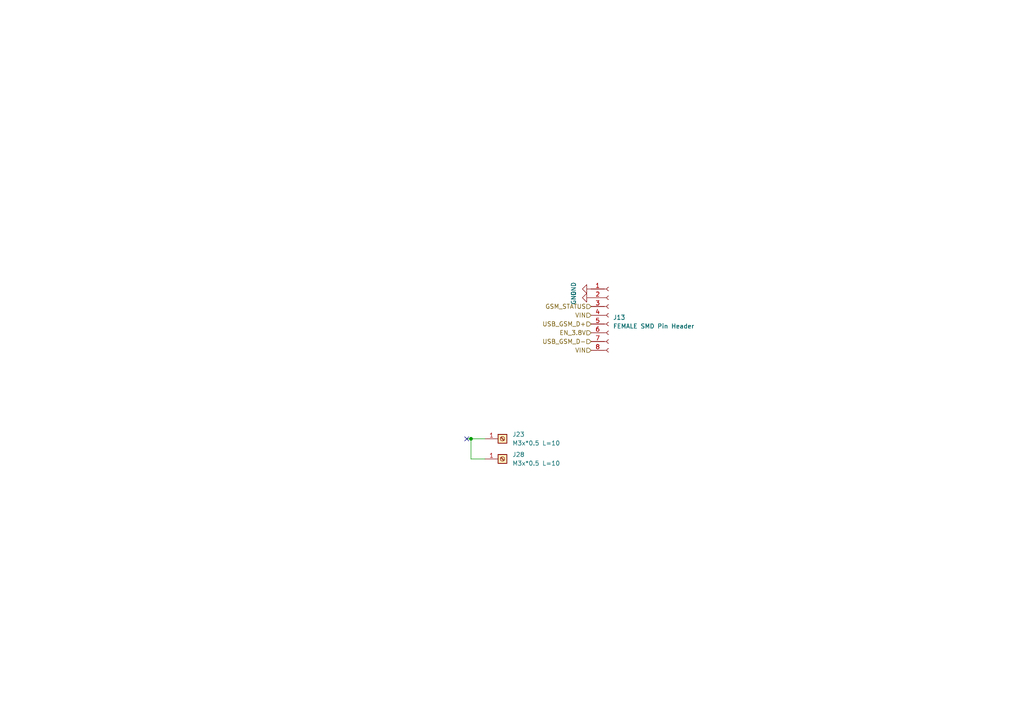
<source format=kicad_sch>
(kicad_sch (version 20230819) (generator eeschema)
  (paper "A4")
  (title_block (company "SmartEQ Information Technologies"))
  (lib_symbols
    (symbol "Connector:Conn_01x08_Socket" (pin_names (offset 1.016) hide)
      (property "Reference" "J" (at 0 10.16 0))
      (property "Value" "Conn_01x08_Socket" (at 0 -12.7 0))
      (symbol "Conn_01x08_Socket_1_1"
        (arc (start 0 -9.652) (mid -0.5058 -10.16) (end 0 -10.668) (stroke (width 0.1524)))
        (arc (start 0 -7.112) (mid -0.5058 -7.62) (end 0 -8.128) (stroke (width 0.1524)))
        (arc (start 0 -4.572) (mid -0.5058 -5.08) (end 0 -5.588) (stroke (width 0.1524)))
        (arc (start 0 -2.032) (mid -0.5058 -2.54) (end 0 -3.048) (stroke (width 0.1524)))
        (polyline (pts (xy -1.27 -10.16) (xy -0.508 -10.16)) (stroke (width 0.1524)))
        (polyline (pts (xy -1.27 -7.62) (xy -0.508 -7.62)) (stroke (width 0.1524)))
        (polyline (pts (xy -1.27 -5.08) (xy -0.508 -5.08)) (stroke (width 0.1524)))
        (polyline (pts (xy -1.27 -2.54) (xy -0.508 -2.54)) (stroke (width 0.1524)))
        (polyline (pts (xy -1.27 0) (xy -0.508 0)) (stroke (width 0.1524)))
        (polyline (pts (xy -1.27 2.54) (xy -0.508 2.54)) (stroke (width 0.1524)))
        (polyline (pts (xy -1.27 5.08) (xy -0.508 5.08)) (stroke (width 0.1524)))
        (polyline (pts (xy -1.27 7.62) (xy -0.508 7.62)) (stroke (width 0.1524)))
        (arc (start 0 0.508) (mid -0.5058 0) (end 0 -0.508) (stroke (width 0.1524)))
        (arc (start 0 3.048) (mid -0.5058 2.54) (end 0 2.032) (stroke (width 0.1524)))
        (arc (start 0 5.588) (mid -0.5058 5.08) (end 0 4.572) (stroke (width 0.1524)))
        (arc (start 0 8.128) (mid -0.5058 7.62) (end 0 7.112) (stroke (width 0.1524)))
        (pin passive line (at -5.08 7.62 0) (length 3.81) (name "Pin_1") (number "1"))
        (pin passive line (at -5.08 5.08 0) (length 3.81) (name "Pin_2") (number "2"))
        (pin passive line (at -5.08 2.54 0) (length 3.81) (name "Pin_3") (number "3"))
        (pin passive line (at -5.08 0 0) (length 3.81) (name "Pin_4") (number "4"))
        (pin passive line (at -5.08 -2.54 0) (length 3.81) (name "Pin_5") (number "5"))
        (pin passive line (at -5.08 -5.08 0) (length 3.81) (name "Pin_6") (number "6"))
        (pin passive line (at -5.08 -7.62 0) (length 3.81) (name "Pin_7") (number "7"))
        (pin passive line (at -5.08 -10.16 0) (length 3.81) (name "Pin_8") (number "8"))
      )
    )
    (symbol "Connector:Screw_Terminal_01x01" (pin_names (offset 1.016) hide)
      (property "Reference" "J" (at 0 2.54 0))
      (property "Value" "Screw_Terminal_01x01" (at 0 -2.54 0))
      (symbol "Screw_Terminal_01x01_1_1"
        (rectangle (start -1.27 1.27) (end 1.27 -1.27) (stroke (width 0.254)) (fill (type background)))
        (polyline (pts (xy -0.5334 0.3302) (xy 0.3302 -0.508)) (stroke (width 0.1524)))
        (polyline (pts (xy -0.3556 0.508) (xy 0.508 -0.3302)) (stroke (width 0.1524)))
        (circle (center 0 0) (radius 0.635) (stroke (width 0.1524)))
        (pin passive line (at -5.08 0 0) (length 3.81) (name "Pin_1") (number "1"))
      )
    )
    (symbol "power:GND" (power) (pin_names (offset 0))
      (property "Value" "GND" (at 0 -3.81 0))
      (symbol "GND_0_1"
        (polyline (pts (xy 0 0) (xy 0 -1.27) (xy 1.27 -1.27) (xy 0 -2.54) (xy -1.27 -1.27) (xy 0 -1.27)))
      )
      (symbol "GND_1_1"
        (pin power_in line (at 0 0 270) (length 0) hide (name "GND") (number "1"))
      )
    )
  )
  (junction (at 136.6046 127.2668))
  (no_connect (at 135.3828 127.2913))
  (wire (pts (xy 135.3828 127.2668) (xy 136.6046 127.2668)))
  (wire (pts (xy 140.6585 133.117) (xy 136.6046 133.117)))
  (wire (pts (xy 136.6046 127.2668) (xy 140.6585 127.2668)))
  (wire (pts (xy 136.6046 133.117) (xy 136.6046 127.2668)))
  (wire (pts (xy 135.3828 127.2913) (xy 135.3828 127.2668)))
  (hierarchical_label "EN_3.8V" (shape input) (at 171.45 96.52 180))
  (hierarchical_label "VIN" (shape input) (at 171.45 91.44 180))
  (hierarchical_label "VIN" (shape input) (at 171.45 101.6 180))
  (hierarchical_label "GSM_STATUS" (shape input) (at 171.45 88.9 180))
  (hierarchical_label "USB_GSM_D+" (shape input) (at 171.45 93.98 180))
  (hierarchical_label "USB_GSM_D-" (shape input) (at 171.45 99.06 180))
  (symbol (lib_id "Connector:Screw_Terminal_01x01") (at 145.7385 133.117 0) (unit 1)
    (property "Reference" "J28" (at 148.59 131.8469 0) (effects (justify left)))
    (property "Value" "M3x*0.5 L=10" (at 148.59 134.3869 0) (effects (justify left)))
    (property "Footprint" "Screw_terminal:Screw_terminal_shinbo" (effects hide))
    (property "Description" "Board mounting elevator    M3 hole size, 4 pins PCB-64-M3" (effects hide))
  )
  (symbol (lib_id "power:GND") (at 171.45 83.82 270) (unit 1)
    (property "Reference" "#PWR0142" (effects hide))
    (property "Value" "GND" (at 166.37 83.82 0))
  )
  (symbol (lib_id "power:GND") (at 171.45 86.36 270) (unit 1)
    (property "Reference" "#PWR05" (effects hide))
    (property "Value" "GND" (at 166.37 86.36 0))
  )
  (symbol (lib_id "Connector:Screw_Terminal_01x01") (at 145.7385 127.2668 0) (unit 1)
    (property "Reference" "J23" (at 148.59 125.9967 0) (effects (justify left)))
    (property "Value" "M3x*0.5 L=10" (at 148.59 128.5367 0) (effects (justify left)))
    (property "Footprint" "Screw_terminal:Screw_terminal_shinbo" (effects hide))
    (property "Description" "Board mounting elevator    M3 hole size, 4 pins PCB-64-M3" (effects hide))
  )
  (symbol (lib_id "Connector:Conn_01x08_Socket") (at 176.53 91.44 0) (unit 1)
    (property "Reference" "J13" (at 177.8 92.075 0) (effects (justify left)))
    (property "Value" "FEMALE SMD Pin Header" (at 177.8 94.615 0) (effects (justify left)))
    (property "Footprint" "Connector_PinSocket_2.00mm:PinSocket_2x04_P2.00mm_Vertical_SMD" (effects hide))
  )
)
</source>
